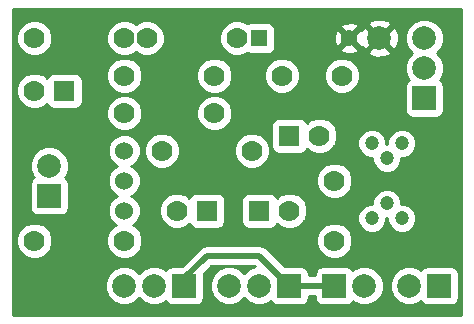
<source format=gtl>
G04 #@! TF.FileFunction,Copper,L1,Top,Signal*
%FSLAX46Y46*%
G04 Gerber Fmt 4.6, Leading zero omitted, Abs format (unit mm)*
G04 Created by KiCad (PCBNEW 4.0.4+e1-6308~48~ubuntu16.04.1-stable) date Fri Oct 14 22:16:02 2016*
%MOMM*%
%LPD*%
G01*
G04 APERTURE LIST*
%ADD10C,0.100000*%
%ADD11R,1.778000X1.778000*%
%ADD12C,1.778000*%
%ADD13C,1.524000*%
%ADD14C,1.200000*%
%ADD15C,1.998980*%
%ADD16R,1.397000X1.397000*%
%ADD17C,1.397000*%
%ADD18R,2.000000X2.000000*%
%ADD19C,2.000000*%
%ADD20C,0.500000*%
%ADD21C,0.254000*%
G04 APERTURE END LIST*
D10*
D11*
X153670000Y-97790000D03*
D12*
X151130000Y-97790000D03*
D11*
X170180000Y-107950000D03*
D12*
X172720000Y-107950000D03*
D11*
X165735000Y-107950000D03*
D12*
X163195000Y-107950000D03*
X172085000Y-96520000D03*
X177165000Y-96520000D03*
D13*
X158750000Y-105410000D03*
X158750000Y-102870000D03*
X158750000Y-107950000D03*
D14*
X179705000Y-102235000D03*
X180975000Y-103505000D03*
X182245000Y-102235000D03*
X182245000Y-108585000D03*
X180975000Y-107315000D03*
X179705000Y-108585000D03*
D12*
X158750000Y-93345000D03*
X151130000Y-93345000D03*
X158750000Y-96520000D03*
X166370000Y-96520000D03*
X158750000Y-99695000D03*
X166370000Y-99695000D03*
X169545000Y-102870000D03*
X161925000Y-102870000D03*
X168275000Y-93345000D03*
X160655000Y-93345000D03*
D15*
X180340000Y-93345000D03*
D12*
X158750000Y-110490000D03*
X151130000Y-110490000D03*
D16*
X170180000Y-93345000D03*
D17*
X177800000Y-93345000D03*
D11*
X172720000Y-101600000D03*
D12*
X175260000Y-101600000D03*
D18*
X152400000Y-106680000D03*
D19*
X152400000Y-104140000D03*
D18*
X184150000Y-98425000D03*
D19*
X184150000Y-95885000D03*
X184150000Y-93345000D03*
D18*
X163830000Y-114300000D03*
D19*
X161290000Y-114300000D03*
X158750000Y-114300000D03*
D12*
X176530000Y-110490000D03*
X176530000Y-105410000D03*
D18*
X185420000Y-114300000D03*
D19*
X182880000Y-114300000D03*
D18*
X172720000Y-114300000D03*
D19*
X170180000Y-114300000D03*
X167640000Y-114300000D03*
D18*
X176530000Y-114300000D03*
D19*
X179070000Y-114300000D03*
D20*
X172720000Y-114300000D02*
X176530000Y-114300000D01*
X163830000Y-114300000D02*
X163830000Y-113665000D01*
X163830000Y-113665000D02*
X165735000Y-111760000D01*
X165735000Y-111760000D02*
X170180000Y-111760000D01*
X170180000Y-111760000D02*
X172720000Y-114300000D01*
D21*
G36*
X187250000Y-116765000D02*
X149300000Y-116765000D01*
X149300000Y-114623795D01*
X157114716Y-114623795D01*
X157363106Y-115224943D01*
X157822637Y-115685278D01*
X158423352Y-115934716D01*
X159073795Y-115935284D01*
X159674943Y-115686894D01*
X160020199Y-115342241D01*
X160362637Y-115685278D01*
X160963352Y-115934716D01*
X161613795Y-115935284D01*
X162214943Y-115686894D01*
X162281574Y-115620379D01*
X162365910Y-115751441D01*
X162578110Y-115896431D01*
X162830000Y-115947440D01*
X164830000Y-115947440D01*
X165065317Y-115903162D01*
X165281441Y-115764090D01*
X165426431Y-115551890D01*
X165477440Y-115300000D01*
X165477440Y-113300000D01*
X165472553Y-113274027D01*
X166101579Y-112645000D01*
X169813420Y-112645000D01*
X169839881Y-112671461D01*
X169255057Y-112913106D01*
X168909801Y-113257759D01*
X168567363Y-112914722D01*
X167966648Y-112665284D01*
X167316205Y-112664716D01*
X166715057Y-112913106D01*
X166254722Y-113372637D01*
X166005284Y-113973352D01*
X166004716Y-114623795D01*
X166253106Y-115224943D01*
X166712637Y-115685278D01*
X167313352Y-115934716D01*
X167963795Y-115935284D01*
X168564943Y-115686894D01*
X168910199Y-115342241D01*
X169252637Y-115685278D01*
X169853352Y-115934716D01*
X170503795Y-115935284D01*
X171104943Y-115686894D01*
X171171574Y-115620379D01*
X171255910Y-115751441D01*
X171468110Y-115896431D01*
X171720000Y-115947440D01*
X173720000Y-115947440D01*
X173955317Y-115903162D01*
X174171441Y-115764090D01*
X174316431Y-115551890D01*
X174367440Y-115300000D01*
X174367440Y-115185000D01*
X174882560Y-115185000D01*
X174882560Y-115300000D01*
X174926838Y-115535317D01*
X175065910Y-115751441D01*
X175278110Y-115896431D01*
X175530000Y-115947440D01*
X177530000Y-115947440D01*
X177765317Y-115903162D01*
X177981441Y-115764090D01*
X178078910Y-115621439D01*
X178142637Y-115685278D01*
X178743352Y-115934716D01*
X179393795Y-115935284D01*
X179994943Y-115686894D01*
X180455278Y-115227363D01*
X180704716Y-114626648D01*
X180704718Y-114623795D01*
X181244716Y-114623795D01*
X181493106Y-115224943D01*
X181952637Y-115685278D01*
X182553352Y-115934716D01*
X183203795Y-115935284D01*
X183804943Y-115686894D01*
X183871574Y-115620379D01*
X183955910Y-115751441D01*
X184168110Y-115896431D01*
X184420000Y-115947440D01*
X186420000Y-115947440D01*
X186655317Y-115903162D01*
X186871441Y-115764090D01*
X187016431Y-115551890D01*
X187067440Y-115300000D01*
X187067440Y-113300000D01*
X187023162Y-113064683D01*
X186884090Y-112848559D01*
X186671890Y-112703569D01*
X186420000Y-112652560D01*
X184420000Y-112652560D01*
X184184683Y-112696838D01*
X183968559Y-112835910D01*
X183871090Y-112978561D01*
X183807363Y-112914722D01*
X183206648Y-112665284D01*
X182556205Y-112664716D01*
X181955057Y-112913106D01*
X181494722Y-113372637D01*
X181245284Y-113973352D01*
X181244716Y-114623795D01*
X180704718Y-114623795D01*
X180705284Y-113976205D01*
X180456894Y-113375057D01*
X179997363Y-112914722D01*
X179396648Y-112665284D01*
X178746205Y-112664716D01*
X178145057Y-112913106D01*
X178078426Y-112979621D01*
X177994090Y-112848559D01*
X177781890Y-112703569D01*
X177530000Y-112652560D01*
X175530000Y-112652560D01*
X175294683Y-112696838D01*
X175078559Y-112835910D01*
X174933569Y-113048110D01*
X174882560Y-113300000D01*
X174882560Y-113415000D01*
X174367440Y-113415000D01*
X174367440Y-113300000D01*
X174323162Y-113064683D01*
X174184090Y-112848559D01*
X173971890Y-112703569D01*
X173720000Y-112652560D01*
X172324139Y-112652560D01*
X170805790Y-111134210D01*
X170518675Y-110942367D01*
X170462484Y-110931190D01*
X170180000Y-110874999D01*
X170179995Y-110875000D01*
X165735005Y-110875000D01*
X165735000Y-110874999D01*
X165452516Y-110931190D01*
X165396325Y-110942367D01*
X165109210Y-111134210D01*
X165109208Y-111134213D01*
X163590860Y-112652560D01*
X162830000Y-112652560D01*
X162594683Y-112696838D01*
X162378559Y-112835910D01*
X162281090Y-112978561D01*
X162217363Y-112914722D01*
X161616648Y-112665284D01*
X160966205Y-112664716D01*
X160365057Y-112913106D01*
X160019801Y-113257759D01*
X159677363Y-112914722D01*
X159076648Y-112665284D01*
X158426205Y-112664716D01*
X157825057Y-112913106D01*
X157364722Y-113372637D01*
X157115284Y-113973352D01*
X157114716Y-114623795D01*
X149300000Y-114623795D01*
X149300000Y-110791812D01*
X149605736Y-110791812D01*
X149837262Y-111352149D01*
X150265596Y-111781231D01*
X150825528Y-112013735D01*
X151431812Y-112014264D01*
X151992149Y-111782738D01*
X152421231Y-111354404D01*
X152653735Y-110794472D01*
X152653737Y-110791812D01*
X157225736Y-110791812D01*
X157457262Y-111352149D01*
X157885596Y-111781231D01*
X158445528Y-112013735D01*
X159051812Y-112014264D01*
X159612149Y-111782738D01*
X160041231Y-111354404D01*
X160273735Y-110794472D01*
X160273737Y-110791812D01*
X175005736Y-110791812D01*
X175237262Y-111352149D01*
X175665596Y-111781231D01*
X176225528Y-112013735D01*
X176831812Y-112014264D01*
X177392149Y-111782738D01*
X177821231Y-111354404D01*
X178053735Y-110794472D01*
X178054264Y-110188188D01*
X177822738Y-109627851D01*
X177394404Y-109198769D01*
X176834472Y-108966265D01*
X176228188Y-108965736D01*
X175667851Y-109197262D01*
X175238769Y-109625596D01*
X175006265Y-110185528D01*
X175005736Y-110791812D01*
X160273737Y-110791812D01*
X160274264Y-110188188D01*
X160042738Y-109627851D01*
X159614404Y-109198769D01*
X159500481Y-109151464D01*
X159540303Y-109135010D01*
X159933629Y-108742370D01*
X160137326Y-108251812D01*
X161670736Y-108251812D01*
X161902262Y-108812149D01*
X162330596Y-109241231D01*
X162890528Y-109473735D01*
X163496812Y-109474264D01*
X164057149Y-109242738D01*
X164240154Y-109060052D01*
X164242838Y-109074317D01*
X164381910Y-109290441D01*
X164594110Y-109435431D01*
X164846000Y-109486440D01*
X166624000Y-109486440D01*
X166859317Y-109442162D01*
X167075441Y-109303090D01*
X167220431Y-109090890D01*
X167271440Y-108839000D01*
X167271440Y-107061000D01*
X168643560Y-107061000D01*
X168643560Y-108839000D01*
X168687838Y-109074317D01*
X168826910Y-109290441D01*
X169039110Y-109435431D01*
X169291000Y-109486440D01*
X171069000Y-109486440D01*
X171304317Y-109442162D01*
X171520441Y-109303090D01*
X171665431Y-109090890D01*
X171672191Y-109057506D01*
X171855596Y-109241231D01*
X172415528Y-109473735D01*
X173021812Y-109474264D01*
X173582149Y-109242738D01*
X173996029Y-108829579D01*
X178469786Y-108829579D01*
X178657408Y-109283657D01*
X179004515Y-109631371D01*
X179458266Y-109819785D01*
X179949579Y-109820214D01*
X180403657Y-109632592D01*
X180751371Y-109285485D01*
X180939785Y-108831734D01*
X180940031Y-108549970D01*
X181010030Y-108550031D01*
X181009786Y-108829579D01*
X181197408Y-109283657D01*
X181544515Y-109631371D01*
X181998266Y-109819785D01*
X182489579Y-109820214D01*
X182943657Y-109632592D01*
X183291371Y-109285485D01*
X183479785Y-108831734D01*
X183480214Y-108340421D01*
X183292592Y-107886343D01*
X182945485Y-107538629D01*
X182491734Y-107350215D01*
X182209970Y-107349969D01*
X182210214Y-107070421D01*
X182022592Y-106616343D01*
X181675485Y-106268629D01*
X181221734Y-106080215D01*
X180730421Y-106079786D01*
X180276343Y-106267408D01*
X179928629Y-106614515D01*
X179740215Y-107068266D01*
X179739969Y-107350030D01*
X179460421Y-107349786D01*
X179006343Y-107537408D01*
X178658629Y-107884515D01*
X178470215Y-108338266D01*
X178469786Y-108829579D01*
X173996029Y-108829579D01*
X174011231Y-108814404D01*
X174243735Y-108254472D01*
X174244264Y-107648188D01*
X174012738Y-107087851D01*
X173584404Y-106658769D01*
X173024472Y-106426265D01*
X172418188Y-106425736D01*
X171857851Y-106657262D01*
X171674846Y-106839948D01*
X171672162Y-106825683D01*
X171533090Y-106609559D01*
X171320890Y-106464569D01*
X171069000Y-106413560D01*
X169291000Y-106413560D01*
X169055683Y-106457838D01*
X168839559Y-106596910D01*
X168694569Y-106809110D01*
X168643560Y-107061000D01*
X167271440Y-107061000D01*
X167227162Y-106825683D01*
X167088090Y-106609559D01*
X166875890Y-106464569D01*
X166624000Y-106413560D01*
X164846000Y-106413560D01*
X164610683Y-106457838D01*
X164394559Y-106596910D01*
X164249569Y-106809110D01*
X164242809Y-106842494D01*
X164059404Y-106658769D01*
X163499472Y-106426265D01*
X162893188Y-106425736D01*
X162332851Y-106657262D01*
X161903769Y-107085596D01*
X161671265Y-107645528D01*
X161670736Y-108251812D01*
X160137326Y-108251812D01*
X160146757Y-108229100D01*
X160147242Y-107673339D01*
X159935010Y-107159697D01*
X159542370Y-106766371D01*
X159334488Y-106680051D01*
X159540303Y-106595010D01*
X159933629Y-106202370D01*
X160137326Y-105711812D01*
X175005736Y-105711812D01*
X175237262Y-106272149D01*
X175665596Y-106701231D01*
X176225528Y-106933735D01*
X176831812Y-106934264D01*
X177392149Y-106702738D01*
X177821231Y-106274404D01*
X178053735Y-105714472D01*
X178054264Y-105108188D01*
X177822738Y-104547851D01*
X177394404Y-104118769D01*
X176834472Y-103886265D01*
X176228188Y-103885736D01*
X175667851Y-104117262D01*
X175238769Y-104545596D01*
X175006265Y-105105528D01*
X175005736Y-105711812D01*
X160137326Y-105711812D01*
X160146757Y-105689100D01*
X160147242Y-105133339D01*
X159935010Y-104619697D01*
X159542370Y-104226371D01*
X159334488Y-104140051D01*
X159540303Y-104055010D01*
X159933629Y-103662370D01*
X160137326Y-103171812D01*
X160400736Y-103171812D01*
X160632262Y-103732149D01*
X161060596Y-104161231D01*
X161620528Y-104393735D01*
X162226812Y-104394264D01*
X162787149Y-104162738D01*
X163216231Y-103734404D01*
X163448735Y-103174472D01*
X163448737Y-103171812D01*
X168020736Y-103171812D01*
X168252262Y-103732149D01*
X168680596Y-104161231D01*
X169240528Y-104393735D01*
X169846812Y-104394264D01*
X170407149Y-104162738D01*
X170836231Y-103734404D01*
X171068735Y-103174472D01*
X171069264Y-102568188D01*
X170837738Y-102007851D01*
X170409404Y-101578769D01*
X169849472Y-101346265D01*
X169243188Y-101345736D01*
X168682851Y-101577262D01*
X168253769Y-102005596D01*
X168021265Y-102565528D01*
X168020736Y-103171812D01*
X163448737Y-103171812D01*
X163449264Y-102568188D01*
X163217738Y-102007851D01*
X162789404Y-101578769D01*
X162229472Y-101346265D01*
X161623188Y-101345736D01*
X161062851Y-101577262D01*
X160633769Y-102005596D01*
X160401265Y-102565528D01*
X160400736Y-103171812D01*
X160137326Y-103171812D01*
X160146757Y-103149100D01*
X160147242Y-102593339D01*
X159935010Y-102079697D01*
X159542370Y-101686371D01*
X159029100Y-101473243D01*
X158473339Y-101472758D01*
X157959697Y-101684990D01*
X157566371Y-102077630D01*
X157353243Y-102590900D01*
X157352758Y-103146661D01*
X157564990Y-103660303D01*
X157957630Y-104053629D01*
X158165512Y-104139949D01*
X157959697Y-104224990D01*
X157566371Y-104617630D01*
X157353243Y-105130900D01*
X157352758Y-105686661D01*
X157564990Y-106200303D01*
X157957630Y-106593629D01*
X158165512Y-106679949D01*
X157959697Y-106764990D01*
X157566371Y-107157630D01*
X157353243Y-107670900D01*
X157352758Y-108226661D01*
X157564990Y-108740303D01*
X157957630Y-109133629D01*
X157999639Y-109151072D01*
X157887851Y-109197262D01*
X157458769Y-109625596D01*
X157226265Y-110185528D01*
X157225736Y-110791812D01*
X152653737Y-110791812D01*
X152654264Y-110188188D01*
X152422738Y-109627851D01*
X151994404Y-109198769D01*
X151434472Y-108966265D01*
X150828188Y-108965736D01*
X150267851Y-109197262D01*
X149838769Y-109625596D01*
X149606265Y-110185528D01*
X149605736Y-110791812D01*
X149300000Y-110791812D01*
X149300000Y-105680000D01*
X150752560Y-105680000D01*
X150752560Y-107680000D01*
X150796838Y-107915317D01*
X150935910Y-108131441D01*
X151148110Y-108276431D01*
X151400000Y-108327440D01*
X153400000Y-108327440D01*
X153635317Y-108283162D01*
X153851441Y-108144090D01*
X153996431Y-107931890D01*
X154047440Y-107680000D01*
X154047440Y-105680000D01*
X154003162Y-105444683D01*
X153864090Y-105228559D01*
X153721439Y-105131090D01*
X153785278Y-105067363D01*
X154034716Y-104466648D01*
X154035284Y-103816205D01*
X153786894Y-103215057D01*
X153327363Y-102754722D01*
X152726648Y-102505284D01*
X152076205Y-102504716D01*
X151475057Y-102753106D01*
X151014722Y-103212637D01*
X150765284Y-103813352D01*
X150764716Y-104463795D01*
X151013106Y-105064943D01*
X151079621Y-105131574D01*
X150948559Y-105215910D01*
X150803569Y-105428110D01*
X150752560Y-105680000D01*
X149300000Y-105680000D01*
X149300000Y-99996812D01*
X157225736Y-99996812D01*
X157457262Y-100557149D01*
X157885596Y-100986231D01*
X158445528Y-101218735D01*
X159051812Y-101219264D01*
X159612149Y-100987738D01*
X160041231Y-100559404D01*
X160273735Y-99999472D01*
X160273737Y-99996812D01*
X164845736Y-99996812D01*
X165077262Y-100557149D01*
X165505596Y-100986231D01*
X166065528Y-101218735D01*
X166671812Y-101219264D01*
X167232149Y-100987738D01*
X167509370Y-100711000D01*
X171183560Y-100711000D01*
X171183560Y-102489000D01*
X171227838Y-102724317D01*
X171366910Y-102940441D01*
X171579110Y-103085431D01*
X171831000Y-103136440D01*
X173609000Y-103136440D01*
X173844317Y-103092162D01*
X174060441Y-102953090D01*
X174205431Y-102740890D01*
X174212191Y-102707506D01*
X174395596Y-102891231D01*
X174955528Y-103123735D01*
X175561812Y-103124264D01*
X176122149Y-102892738D01*
X176536029Y-102479579D01*
X178469786Y-102479579D01*
X178657408Y-102933657D01*
X179004515Y-103281371D01*
X179458266Y-103469785D01*
X179740030Y-103470031D01*
X179739786Y-103749579D01*
X179927408Y-104203657D01*
X180274515Y-104551371D01*
X180728266Y-104739785D01*
X181219579Y-104740214D01*
X181673657Y-104552592D01*
X182021371Y-104205485D01*
X182209785Y-103751734D01*
X182210031Y-103469970D01*
X182489579Y-103470214D01*
X182943657Y-103282592D01*
X183291371Y-102935485D01*
X183479785Y-102481734D01*
X183480214Y-101990421D01*
X183292592Y-101536343D01*
X182945485Y-101188629D01*
X182491734Y-101000215D01*
X182000421Y-100999786D01*
X181546343Y-101187408D01*
X181198629Y-101534515D01*
X181010215Y-101988266D01*
X181009969Y-102270030D01*
X180939970Y-102269969D01*
X180940214Y-101990421D01*
X180752592Y-101536343D01*
X180405485Y-101188629D01*
X179951734Y-101000215D01*
X179460421Y-100999786D01*
X179006343Y-101187408D01*
X178658629Y-101534515D01*
X178470215Y-101988266D01*
X178469786Y-102479579D01*
X176536029Y-102479579D01*
X176551231Y-102464404D01*
X176783735Y-101904472D01*
X176784264Y-101298188D01*
X176552738Y-100737851D01*
X176124404Y-100308769D01*
X175564472Y-100076265D01*
X174958188Y-100075736D01*
X174397851Y-100307262D01*
X174214846Y-100489948D01*
X174212162Y-100475683D01*
X174073090Y-100259559D01*
X173860890Y-100114569D01*
X173609000Y-100063560D01*
X171831000Y-100063560D01*
X171595683Y-100107838D01*
X171379559Y-100246910D01*
X171234569Y-100459110D01*
X171183560Y-100711000D01*
X167509370Y-100711000D01*
X167661231Y-100559404D01*
X167893735Y-99999472D01*
X167894264Y-99393188D01*
X167662738Y-98832851D01*
X167234404Y-98403769D01*
X166674472Y-98171265D01*
X166068188Y-98170736D01*
X165507851Y-98402262D01*
X165078769Y-98830596D01*
X164846265Y-99390528D01*
X164845736Y-99996812D01*
X160273737Y-99996812D01*
X160274264Y-99393188D01*
X160042738Y-98832851D01*
X159614404Y-98403769D01*
X159054472Y-98171265D01*
X158448188Y-98170736D01*
X157887851Y-98402262D01*
X157458769Y-98830596D01*
X157226265Y-99390528D01*
X157225736Y-99996812D01*
X149300000Y-99996812D01*
X149300000Y-98091812D01*
X149605736Y-98091812D01*
X149837262Y-98652149D01*
X150265596Y-99081231D01*
X150825528Y-99313735D01*
X151431812Y-99314264D01*
X151992149Y-99082738D01*
X152175154Y-98900052D01*
X152177838Y-98914317D01*
X152316910Y-99130441D01*
X152529110Y-99275431D01*
X152781000Y-99326440D01*
X154559000Y-99326440D01*
X154794317Y-99282162D01*
X155010441Y-99143090D01*
X155155431Y-98930890D01*
X155206440Y-98679000D01*
X155206440Y-96901000D01*
X155191540Y-96821812D01*
X157225736Y-96821812D01*
X157457262Y-97382149D01*
X157885596Y-97811231D01*
X158445528Y-98043735D01*
X159051812Y-98044264D01*
X159612149Y-97812738D01*
X160041231Y-97384404D01*
X160273735Y-96824472D01*
X160273737Y-96821812D01*
X164845736Y-96821812D01*
X165077262Y-97382149D01*
X165505596Y-97811231D01*
X166065528Y-98043735D01*
X166671812Y-98044264D01*
X167232149Y-97812738D01*
X167661231Y-97384404D01*
X167893735Y-96824472D01*
X167893737Y-96821812D01*
X170560736Y-96821812D01*
X170792262Y-97382149D01*
X171220596Y-97811231D01*
X171780528Y-98043735D01*
X172386812Y-98044264D01*
X172947149Y-97812738D01*
X173376231Y-97384404D01*
X173608735Y-96824472D01*
X173608737Y-96821812D01*
X175640736Y-96821812D01*
X175872262Y-97382149D01*
X176300596Y-97811231D01*
X176860528Y-98043735D01*
X177466812Y-98044264D01*
X178027149Y-97812738D01*
X178415564Y-97425000D01*
X182502560Y-97425000D01*
X182502560Y-99425000D01*
X182546838Y-99660317D01*
X182685910Y-99876441D01*
X182898110Y-100021431D01*
X183150000Y-100072440D01*
X185150000Y-100072440D01*
X185385317Y-100028162D01*
X185601441Y-99889090D01*
X185746431Y-99676890D01*
X185797440Y-99425000D01*
X185797440Y-97425000D01*
X185753162Y-97189683D01*
X185614090Y-96973559D01*
X185471439Y-96876090D01*
X185535278Y-96812363D01*
X185784716Y-96211648D01*
X185785284Y-95561205D01*
X185536894Y-94960057D01*
X185192241Y-94614801D01*
X185535278Y-94272363D01*
X185784716Y-93671648D01*
X185785284Y-93021205D01*
X185536894Y-92420057D01*
X185077363Y-91959722D01*
X184476648Y-91710284D01*
X183826205Y-91709716D01*
X183225057Y-91958106D01*
X182764722Y-92417637D01*
X182515284Y-93018352D01*
X182514716Y-93668795D01*
X182763106Y-94269943D01*
X183107759Y-94615199D01*
X182764722Y-94957637D01*
X182515284Y-95558352D01*
X182514716Y-96208795D01*
X182763106Y-96809943D01*
X182829621Y-96876574D01*
X182698559Y-96960910D01*
X182553569Y-97173110D01*
X182502560Y-97425000D01*
X178415564Y-97425000D01*
X178456231Y-97384404D01*
X178688735Y-96824472D01*
X178689264Y-96218188D01*
X178457738Y-95657851D01*
X178029404Y-95228769D01*
X177469472Y-94996265D01*
X176863188Y-94995736D01*
X176302851Y-95227262D01*
X175873769Y-95655596D01*
X175641265Y-96215528D01*
X175640736Y-96821812D01*
X173608737Y-96821812D01*
X173609264Y-96218188D01*
X173377738Y-95657851D01*
X172949404Y-95228769D01*
X172389472Y-94996265D01*
X171783188Y-94995736D01*
X171222851Y-95227262D01*
X170793769Y-95655596D01*
X170561265Y-96215528D01*
X170560736Y-96821812D01*
X167893737Y-96821812D01*
X167894264Y-96218188D01*
X167662738Y-95657851D01*
X167234404Y-95228769D01*
X166674472Y-94996265D01*
X166068188Y-94995736D01*
X165507851Y-95227262D01*
X165078769Y-95655596D01*
X164846265Y-96215528D01*
X164845736Y-96821812D01*
X160273737Y-96821812D01*
X160274264Y-96218188D01*
X160042738Y-95657851D01*
X159614404Y-95228769D01*
X159054472Y-94996265D01*
X158448188Y-94995736D01*
X157887851Y-95227262D01*
X157458769Y-95655596D01*
X157226265Y-96215528D01*
X157225736Y-96821812D01*
X155191540Y-96821812D01*
X155162162Y-96665683D01*
X155023090Y-96449559D01*
X154810890Y-96304569D01*
X154559000Y-96253560D01*
X152781000Y-96253560D01*
X152545683Y-96297838D01*
X152329559Y-96436910D01*
X152184569Y-96649110D01*
X152177809Y-96682494D01*
X151994404Y-96498769D01*
X151434472Y-96266265D01*
X150828188Y-96265736D01*
X150267851Y-96497262D01*
X149838769Y-96925596D01*
X149606265Y-97485528D01*
X149605736Y-98091812D01*
X149300000Y-98091812D01*
X149300000Y-93646812D01*
X149605736Y-93646812D01*
X149837262Y-94207149D01*
X150265596Y-94636231D01*
X150825528Y-94868735D01*
X151431812Y-94869264D01*
X151992149Y-94637738D01*
X152421231Y-94209404D01*
X152653735Y-93649472D01*
X152653737Y-93646812D01*
X157225736Y-93646812D01*
X157457262Y-94207149D01*
X157885596Y-94636231D01*
X158445528Y-94868735D01*
X159051812Y-94869264D01*
X159612149Y-94637738D01*
X159702282Y-94547762D01*
X159790596Y-94636231D01*
X160350528Y-94868735D01*
X160956812Y-94869264D01*
X161517149Y-94637738D01*
X161946231Y-94209404D01*
X162178735Y-93649472D01*
X162178737Y-93646812D01*
X166750736Y-93646812D01*
X166982262Y-94207149D01*
X167410596Y-94636231D01*
X167970528Y-94868735D01*
X168576812Y-94869264D01*
X169137149Y-94637738D01*
X169173415Y-94601535D01*
X169229610Y-94639931D01*
X169481500Y-94690940D01*
X170878500Y-94690940D01*
X171113817Y-94646662D01*
X171329941Y-94507590D01*
X171474931Y-94295390D01*
X171478211Y-94279188D01*
X177045417Y-94279188D01*
X177107071Y-94514800D01*
X177607480Y-94690927D01*
X178137199Y-94662148D01*
X178492929Y-94514800D01*
X178497544Y-94497163D01*
X179367443Y-94497163D01*
X179466042Y-94763965D01*
X180075582Y-94990401D01*
X180725377Y-94966341D01*
X181213958Y-94763965D01*
X181312557Y-94497163D01*
X180340000Y-93524605D01*
X179367443Y-94497163D01*
X178497544Y-94497163D01*
X178554583Y-94279188D01*
X177800000Y-93524605D01*
X177045417Y-94279188D01*
X171478211Y-94279188D01*
X171525940Y-94043500D01*
X171525940Y-93152480D01*
X176454073Y-93152480D01*
X176482852Y-93682199D01*
X176630200Y-94037929D01*
X176865812Y-94099583D01*
X177620395Y-93345000D01*
X177979605Y-93345000D01*
X178734188Y-94099583D01*
X178858152Y-94067145D01*
X178921035Y-94218958D01*
X179187837Y-94317557D01*
X180160395Y-93345000D01*
X180519605Y-93345000D01*
X181492163Y-94317557D01*
X181758965Y-94218958D01*
X181985401Y-93609418D01*
X181961341Y-92959623D01*
X181758965Y-92471042D01*
X181492163Y-92372443D01*
X180519605Y-93345000D01*
X180160395Y-93345000D01*
X179187837Y-92372443D01*
X178921035Y-92471042D01*
X178864064Y-92624402D01*
X178734188Y-92590417D01*
X177979605Y-93345000D01*
X177620395Y-93345000D01*
X176865812Y-92590417D01*
X176630200Y-92652071D01*
X176454073Y-93152480D01*
X171525940Y-93152480D01*
X171525940Y-92646500D01*
X171481662Y-92411183D01*
X171481424Y-92410812D01*
X177045417Y-92410812D01*
X177800000Y-93165395D01*
X178554583Y-92410812D01*
X178497545Y-92192837D01*
X179367443Y-92192837D01*
X180340000Y-93165395D01*
X181312557Y-92192837D01*
X181213958Y-91926035D01*
X180604418Y-91699599D01*
X179954623Y-91723659D01*
X179466042Y-91926035D01*
X179367443Y-92192837D01*
X178497545Y-92192837D01*
X178492929Y-92175200D01*
X177992520Y-91999073D01*
X177462801Y-92027852D01*
X177107071Y-92175200D01*
X177045417Y-92410812D01*
X171481424Y-92410812D01*
X171342590Y-92195059D01*
X171130390Y-92050069D01*
X170878500Y-91999060D01*
X169481500Y-91999060D01*
X169246183Y-92043338D01*
X169174827Y-92089254D01*
X169139404Y-92053769D01*
X168579472Y-91821265D01*
X167973188Y-91820736D01*
X167412851Y-92052262D01*
X166983769Y-92480596D01*
X166751265Y-93040528D01*
X166750736Y-93646812D01*
X162178737Y-93646812D01*
X162179264Y-93043188D01*
X161947738Y-92482851D01*
X161519404Y-92053769D01*
X160959472Y-91821265D01*
X160353188Y-91820736D01*
X159792851Y-92052262D01*
X159702718Y-92142238D01*
X159614404Y-92053769D01*
X159054472Y-91821265D01*
X158448188Y-91820736D01*
X157887851Y-92052262D01*
X157458769Y-92480596D01*
X157226265Y-93040528D01*
X157225736Y-93646812D01*
X152653737Y-93646812D01*
X152654264Y-93043188D01*
X152422738Y-92482851D01*
X151994404Y-92053769D01*
X151434472Y-91821265D01*
X150828188Y-91820736D01*
X150267851Y-92052262D01*
X149838769Y-92480596D01*
X149606265Y-93040528D01*
X149605736Y-93646812D01*
X149300000Y-93646812D01*
X149300000Y-90880000D01*
X187250000Y-90880000D01*
X187250000Y-116765000D01*
X187250000Y-116765000D01*
G37*
X187250000Y-116765000D02*
X149300000Y-116765000D01*
X149300000Y-114623795D01*
X157114716Y-114623795D01*
X157363106Y-115224943D01*
X157822637Y-115685278D01*
X158423352Y-115934716D01*
X159073795Y-115935284D01*
X159674943Y-115686894D01*
X160020199Y-115342241D01*
X160362637Y-115685278D01*
X160963352Y-115934716D01*
X161613795Y-115935284D01*
X162214943Y-115686894D01*
X162281574Y-115620379D01*
X162365910Y-115751441D01*
X162578110Y-115896431D01*
X162830000Y-115947440D01*
X164830000Y-115947440D01*
X165065317Y-115903162D01*
X165281441Y-115764090D01*
X165426431Y-115551890D01*
X165477440Y-115300000D01*
X165477440Y-113300000D01*
X165472553Y-113274027D01*
X166101579Y-112645000D01*
X169813420Y-112645000D01*
X169839881Y-112671461D01*
X169255057Y-112913106D01*
X168909801Y-113257759D01*
X168567363Y-112914722D01*
X167966648Y-112665284D01*
X167316205Y-112664716D01*
X166715057Y-112913106D01*
X166254722Y-113372637D01*
X166005284Y-113973352D01*
X166004716Y-114623795D01*
X166253106Y-115224943D01*
X166712637Y-115685278D01*
X167313352Y-115934716D01*
X167963795Y-115935284D01*
X168564943Y-115686894D01*
X168910199Y-115342241D01*
X169252637Y-115685278D01*
X169853352Y-115934716D01*
X170503795Y-115935284D01*
X171104943Y-115686894D01*
X171171574Y-115620379D01*
X171255910Y-115751441D01*
X171468110Y-115896431D01*
X171720000Y-115947440D01*
X173720000Y-115947440D01*
X173955317Y-115903162D01*
X174171441Y-115764090D01*
X174316431Y-115551890D01*
X174367440Y-115300000D01*
X174367440Y-115185000D01*
X174882560Y-115185000D01*
X174882560Y-115300000D01*
X174926838Y-115535317D01*
X175065910Y-115751441D01*
X175278110Y-115896431D01*
X175530000Y-115947440D01*
X177530000Y-115947440D01*
X177765317Y-115903162D01*
X177981441Y-115764090D01*
X178078910Y-115621439D01*
X178142637Y-115685278D01*
X178743352Y-115934716D01*
X179393795Y-115935284D01*
X179994943Y-115686894D01*
X180455278Y-115227363D01*
X180704716Y-114626648D01*
X180704718Y-114623795D01*
X181244716Y-114623795D01*
X181493106Y-115224943D01*
X181952637Y-115685278D01*
X182553352Y-115934716D01*
X183203795Y-115935284D01*
X183804943Y-115686894D01*
X183871574Y-115620379D01*
X183955910Y-115751441D01*
X184168110Y-115896431D01*
X184420000Y-115947440D01*
X186420000Y-115947440D01*
X186655317Y-115903162D01*
X186871441Y-115764090D01*
X187016431Y-115551890D01*
X187067440Y-115300000D01*
X187067440Y-113300000D01*
X187023162Y-113064683D01*
X186884090Y-112848559D01*
X186671890Y-112703569D01*
X186420000Y-112652560D01*
X184420000Y-112652560D01*
X184184683Y-112696838D01*
X183968559Y-112835910D01*
X183871090Y-112978561D01*
X183807363Y-112914722D01*
X183206648Y-112665284D01*
X182556205Y-112664716D01*
X181955057Y-112913106D01*
X181494722Y-113372637D01*
X181245284Y-113973352D01*
X181244716Y-114623795D01*
X180704718Y-114623795D01*
X180705284Y-113976205D01*
X180456894Y-113375057D01*
X179997363Y-112914722D01*
X179396648Y-112665284D01*
X178746205Y-112664716D01*
X178145057Y-112913106D01*
X178078426Y-112979621D01*
X177994090Y-112848559D01*
X177781890Y-112703569D01*
X177530000Y-112652560D01*
X175530000Y-112652560D01*
X175294683Y-112696838D01*
X175078559Y-112835910D01*
X174933569Y-113048110D01*
X174882560Y-113300000D01*
X174882560Y-113415000D01*
X174367440Y-113415000D01*
X174367440Y-113300000D01*
X174323162Y-113064683D01*
X174184090Y-112848559D01*
X173971890Y-112703569D01*
X173720000Y-112652560D01*
X172324139Y-112652560D01*
X170805790Y-111134210D01*
X170518675Y-110942367D01*
X170462484Y-110931190D01*
X170180000Y-110874999D01*
X170179995Y-110875000D01*
X165735005Y-110875000D01*
X165735000Y-110874999D01*
X165452516Y-110931190D01*
X165396325Y-110942367D01*
X165109210Y-111134210D01*
X165109208Y-111134213D01*
X163590860Y-112652560D01*
X162830000Y-112652560D01*
X162594683Y-112696838D01*
X162378559Y-112835910D01*
X162281090Y-112978561D01*
X162217363Y-112914722D01*
X161616648Y-112665284D01*
X160966205Y-112664716D01*
X160365057Y-112913106D01*
X160019801Y-113257759D01*
X159677363Y-112914722D01*
X159076648Y-112665284D01*
X158426205Y-112664716D01*
X157825057Y-112913106D01*
X157364722Y-113372637D01*
X157115284Y-113973352D01*
X157114716Y-114623795D01*
X149300000Y-114623795D01*
X149300000Y-110791812D01*
X149605736Y-110791812D01*
X149837262Y-111352149D01*
X150265596Y-111781231D01*
X150825528Y-112013735D01*
X151431812Y-112014264D01*
X151992149Y-111782738D01*
X152421231Y-111354404D01*
X152653735Y-110794472D01*
X152653737Y-110791812D01*
X157225736Y-110791812D01*
X157457262Y-111352149D01*
X157885596Y-111781231D01*
X158445528Y-112013735D01*
X159051812Y-112014264D01*
X159612149Y-111782738D01*
X160041231Y-111354404D01*
X160273735Y-110794472D01*
X160273737Y-110791812D01*
X175005736Y-110791812D01*
X175237262Y-111352149D01*
X175665596Y-111781231D01*
X176225528Y-112013735D01*
X176831812Y-112014264D01*
X177392149Y-111782738D01*
X177821231Y-111354404D01*
X178053735Y-110794472D01*
X178054264Y-110188188D01*
X177822738Y-109627851D01*
X177394404Y-109198769D01*
X176834472Y-108966265D01*
X176228188Y-108965736D01*
X175667851Y-109197262D01*
X175238769Y-109625596D01*
X175006265Y-110185528D01*
X175005736Y-110791812D01*
X160273737Y-110791812D01*
X160274264Y-110188188D01*
X160042738Y-109627851D01*
X159614404Y-109198769D01*
X159500481Y-109151464D01*
X159540303Y-109135010D01*
X159933629Y-108742370D01*
X160137326Y-108251812D01*
X161670736Y-108251812D01*
X161902262Y-108812149D01*
X162330596Y-109241231D01*
X162890528Y-109473735D01*
X163496812Y-109474264D01*
X164057149Y-109242738D01*
X164240154Y-109060052D01*
X164242838Y-109074317D01*
X164381910Y-109290441D01*
X164594110Y-109435431D01*
X164846000Y-109486440D01*
X166624000Y-109486440D01*
X166859317Y-109442162D01*
X167075441Y-109303090D01*
X167220431Y-109090890D01*
X167271440Y-108839000D01*
X167271440Y-107061000D01*
X168643560Y-107061000D01*
X168643560Y-108839000D01*
X168687838Y-109074317D01*
X168826910Y-109290441D01*
X169039110Y-109435431D01*
X169291000Y-109486440D01*
X171069000Y-109486440D01*
X171304317Y-109442162D01*
X171520441Y-109303090D01*
X171665431Y-109090890D01*
X171672191Y-109057506D01*
X171855596Y-109241231D01*
X172415528Y-109473735D01*
X173021812Y-109474264D01*
X173582149Y-109242738D01*
X173996029Y-108829579D01*
X178469786Y-108829579D01*
X178657408Y-109283657D01*
X179004515Y-109631371D01*
X179458266Y-109819785D01*
X179949579Y-109820214D01*
X180403657Y-109632592D01*
X180751371Y-109285485D01*
X180939785Y-108831734D01*
X180940031Y-108549970D01*
X181010030Y-108550031D01*
X181009786Y-108829579D01*
X181197408Y-109283657D01*
X181544515Y-109631371D01*
X181998266Y-109819785D01*
X182489579Y-109820214D01*
X182943657Y-109632592D01*
X183291371Y-109285485D01*
X183479785Y-108831734D01*
X183480214Y-108340421D01*
X183292592Y-107886343D01*
X182945485Y-107538629D01*
X182491734Y-107350215D01*
X182209970Y-107349969D01*
X182210214Y-107070421D01*
X182022592Y-106616343D01*
X181675485Y-106268629D01*
X181221734Y-106080215D01*
X180730421Y-106079786D01*
X180276343Y-106267408D01*
X179928629Y-106614515D01*
X179740215Y-107068266D01*
X179739969Y-107350030D01*
X179460421Y-107349786D01*
X179006343Y-107537408D01*
X178658629Y-107884515D01*
X178470215Y-108338266D01*
X178469786Y-108829579D01*
X173996029Y-108829579D01*
X174011231Y-108814404D01*
X174243735Y-108254472D01*
X174244264Y-107648188D01*
X174012738Y-107087851D01*
X173584404Y-106658769D01*
X173024472Y-106426265D01*
X172418188Y-106425736D01*
X171857851Y-106657262D01*
X171674846Y-106839948D01*
X171672162Y-106825683D01*
X171533090Y-106609559D01*
X171320890Y-106464569D01*
X171069000Y-106413560D01*
X169291000Y-106413560D01*
X169055683Y-106457838D01*
X168839559Y-106596910D01*
X168694569Y-106809110D01*
X168643560Y-107061000D01*
X167271440Y-107061000D01*
X167227162Y-106825683D01*
X167088090Y-106609559D01*
X166875890Y-106464569D01*
X166624000Y-106413560D01*
X164846000Y-106413560D01*
X164610683Y-106457838D01*
X164394559Y-106596910D01*
X164249569Y-106809110D01*
X164242809Y-106842494D01*
X164059404Y-106658769D01*
X163499472Y-106426265D01*
X162893188Y-106425736D01*
X162332851Y-106657262D01*
X161903769Y-107085596D01*
X161671265Y-107645528D01*
X161670736Y-108251812D01*
X160137326Y-108251812D01*
X160146757Y-108229100D01*
X160147242Y-107673339D01*
X159935010Y-107159697D01*
X159542370Y-106766371D01*
X159334488Y-106680051D01*
X159540303Y-106595010D01*
X159933629Y-106202370D01*
X160137326Y-105711812D01*
X175005736Y-105711812D01*
X175237262Y-106272149D01*
X175665596Y-106701231D01*
X176225528Y-106933735D01*
X176831812Y-106934264D01*
X177392149Y-106702738D01*
X177821231Y-106274404D01*
X178053735Y-105714472D01*
X178054264Y-105108188D01*
X177822738Y-104547851D01*
X177394404Y-104118769D01*
X176834472Y-103886265D01*
X176228188Y-103885736D01*
X175667851Y-104117262D01*
X175238769Y-104545596D01*
X175006265Y-105105528D01*
X175005736Y-105711812D01*
X160137326Y-105711812D01*
X160146757Y-105689100D01*
X160147242Y-105133339D01*
X159935010Y-104619697D01*
X159542370Y-104226371D01*
X159334488Y-104140051D01*
X159540303Y-104055010D01*
X159933629Y-103662370D01*
X160137326Y-103171812D01*
X160400736Y-103171812D01*
X160632262Y-103732149D01*
X161060596Y-104161231D01*
X161620528Y-104393735D01*
X162226812Y-104394264D01*
X162787149Y-104162738D01*
X163216231Y-103734404D01*
X163448735Y-103174472D01*
X163448737Y-103171812D01*
X168020736Y-103171812D01*
X168252262Y-103732149D01*
X168680596Y-104161231D01*
X169240528Y-104393735D01*
X169846812Y-104394264D01*
X170407149Y-104162738D01*
X170836231Y-103734404D01*
X171068735Y-103174472D01*
X171069264Y-102568188D01*
X170837738Y-102007851D01*
X170409404Y-101578769D01*
X169849472Y-101346265D01*
X169243188Y-101345736D01*
X168682851Y-101577262D01*
X168253769Y-102005596D01*
X168021265Y-102565528D01*
X168020736Y-103171812D01*
X163448737Y-103171812D01*
X163449264Y-102568188D01*
X163217738Y-102007851D01*
X162789404Y-101578769D01*
X162229472Y-101346265D01*
X161623188Y-101345736D01*
X161062851Y-101577262D01*
X160633769Y-102005596D01*
X160401265Y-102565528D01*
X160400736Y-103171812D01*
X160137326Y-103171812D01*
X160146757Y-103149100D01*
X160147242Y-102593339D01*
X159935010Y-102079697D01*
X159542370Y-101686371D01*
X159029100Y-101473243D01*
X158473339Y-101472758D01*
X157959697Y-101684990D01*
X157566371Y-102077630D01*
X157353243Y-102590900D01*
X157352758Y-103146661D01*
X157564990Y-103660303D01*
X157957630Y-104053629D01*
X158165512Y-104139949D01*
X157959697Y-104224990D01*
X157566371Y-104617630D01*
X157353243Y-105130900D01*
X157352758Y-105686661D01*
X157564990Y-106200303D01*
X157957630Y-106593629D01*
X158165512Y-106679949D01*
X157959697Y-106764990D01*
X157566371Y-107157630D01*
X157353243Y-107670900D01*
X157352758Y-108226661D01*
X157564990Y-108740303D01*
X157957630Y-109133629D01*
X157999639Y-109151072D01*
X157887851Y-109197262D01*
X157458769Y-109625596D01*
X157226265Y-110185528D01*
X157225736Y-110791812D01*
X152653737Y-110791812D01*
X152654264Y-110188188D01*
X152422738Y-109627851D01*
X151994404Y-109198769D01*
X151434472Y-108966265D01*
X150828188Y-108965736D01*
X150267851Y-109197262D01*
X149838769Y-109625596D01*
X149606265Y-110185528D01*
X149605736Y-110791812D01*
X149300000Y-110791812D01*
X149300000Y-105680000D01*
X150752560Y-105680000D01*
X150752560Y-107680000D01*
X150796838Y-107915317D01*
X150935910Y-108131441D01*
X151148110Y-108276431D01*
X151400000Y-108327440D01*
X153400000Y-108327440D01*
X153635317Y-108283162D01*
X153851441Y-108144090D01*
X153996431Y-107931890D01*
X154047440Y-107680000D01*
X154047440Y-105680000D01*
X154003162Y-105444683D01*
X153864090Y-105228559D01*
X153721439Y-105131090D01*
X153785278Y-105067363D01*
X154034716Y-104466648D01*
X154035284Y-103816205D01*
X153786894Y-103215057D01*
X153327363Y-102754722D01*
X152726648Y-102505284D01*
X152076205Y-102504716D01*
X151475057Y-102753106D01*
X151014722Y-103212637D01*
X150765284Y-103813352D01*
X150764716Y-104463795D01*
X151013106Y-105064943D01*
X151079621Y-105131574D01*
X150948559Y-105215910D01*
X150803569Y-105428110D01*
X150752560Y-105680000D01*
X149300000Y-105680000D01*
X149300000Y-99996812D01*
X157225736Y-99996812D01*
X157457262Y-100557149D01*
X157885596Y-100986231D01*
X158445528Y-101218735D01*
X159051812Y-101219264D01*
X159612149Y-100987738D01*
X160041231Y-100559404D01*
X160273735Y-99999472D01*
X160273737Y-99996812D01*
X164845736Y-99996812D01*
X165077262Y-100557149D01*
X165505596Y-100986231D01*
X166065528Y-101218735D01*
X166671812Y-101219264D01*
X167232149Y-100987738D01*
X167509370Y-100711000D01*
X171183560Y-100711000D01*
X171183560Y-102489000D01*
X171227838Y-102724317D01*
X171366910Y-102940441D01*
X171579110Y-103085431D01*
X171831000Y-103136440D01*
X173609000Y-103136440D01*
X173844317Y-103092162D01*
X174060441Y-102953090D01*
X174205431Y-102740890D01*
X174212191Y-102707506D01*
X174395596Y-102891231D01*
X174955528Y-103123735D01*
X175561812Y-103124264D01*
X176122149Y-102892738D01*
X176536029Y-102479579D01*
X178469786Y-102479579D01*
X178657408Y-102933657D01*
X179004515Y-103281371D01*
X179458266Y-103469785D01*
X179740030Y-103470031D01*
X179739786Y-103749579D01*
X179927408Y-104203657D01*
X180274515Y-104551371D01*
X180728266Y-104739785D01*
X181219579Y-104740214D01*
X181673657Y-104552592D01*
X182021371Y-104205485D01*
X182209785Y-103751734D01*
X182210031Y-103469970D01*
X182489579Y-103470214D01*
X182943657Y-103282592D01*
X183291371Y-102935485D01*
X183479785Y-102481734D01*
X183480214Y-101990421D01*
X183292592Y-101536343D01*
X182945485Y-101188629D01*
X182491734Y-101000215D01*
X182000421Y-100999786D01*
X181546343Y-101187408D01*
X181198629Y-101534515D01*
X181010215Y-101988266D01*
X181009969Y-102270030D01*
X180939970Y-102269969D01*
X180940214Y-101990421D01*
X180752592Y-101536343D01*
X180405485Y-101188629D01*
X179951734Y-101000215D01*
X179460421Y-100999786D01*
X179006343Y-101187408D01*
X178658629Y-101534515D01*
X178470215Y-101988266D01*
X178469786Y-102479579D01*
X176536029Y-102479579D01*
X176551231Y-102464404D01*
X176783735Y-101904472D01*
X176784264Y-101298188D01*
X176552738Y-100737851D01*
X176124404Y-100308769D01*
X175564472Y-100076265D01*
X174958188Y-100075736D01*
X174397851Y-100307262D01*
X174214846Y-100489948D01*
X174212162Y-100475683D01*
X174073090Y-100259559D01*
X173860890Y-100114569D01*
X173609000Y-100063560D01*
X171831000Y-100063560D01*
X171595683Y-100107838D01*
X171379559Y-100246910D01*
X171234569Y-100459110D01*
X171183560Y-100711000D01*
X167509370Y-100711000D01*
X167661231Y-100559404D01*
X167893735Y-99999472D01*
X167894264Y-99393188D01*
X167662738Y-98832851D01*
X167234404Y-98403769D01*
X166674472Y-98171265D01*
X166068188Y-98170736D01*
X165507851Y-98402262D01*
X165078769Y-98830596D01*
X164846265Y-99390528D01*
X164845736Y-99996812D01*
X160273737Y-99996812D01*
X160274264Y-99393188D01*
X160042738Y-98832851D01*
X159614404Y-98403769D01*
X159054472Y-98171265D01*
X158448188Y-98170736D01*
X157887851Y-98402262D01*
X157458769Y-98830596D01*
X157226265Y-99390528D01*
X157225736Y-99996812D01*
X149300000Y-99996812D01*
X149300000Y-98091812D01*
X149605736Y-98091812D01*
X149837262Y-98652149D01*
X150265596Y-99081231D01*
X150825528Y-99313735D01*
X151431812Y-99314264D01*
X151992149Y-99082738D01*
X152175154Y-98900052D01*
X152177838Y-98914317D01*
X152316910Y-99130441D01*
X152529110Y-99275431D01*
X152781000Y-99326440D01*
X154559000Y-99326440D01*
X154794317Y-99282162D01*
X155010441Y-99143090D01*
X155155431Y-98930890D01*
X155206440Y-98679000D01*
X155206440Y-96901000D01*
X155191540Y-96821812D01*
X157225736Y-96821812D01*
X157457262Y-97382149D01*
X157885596Y-97811231D01*
X158445528Y-98043735D01*
X159051812Y-98044264D01*
X159612149Y-97812738D01*
X160041231Y-97384404D01*
X160273735Y-96824472D01*
X160273737Y-96821812D01*
X164845736Y-96821812D01*
X165077262Y-97382149D01*
X165505596Y-97811231D01*
X166065528Y-98043735D01*
X166671812Y-98044264D01*
X167232149Y-97812738D01*
X167661231Y-97384404D01*
X167893735Y-96824472D01*
X167893737Y-96821812D01*
X170560736Y-96821812D01*
X170792262Y-97382149D01*
X171220596Y-97811231D01*
X171780528Y-98043735D01*
X172386812Y-98044264D01*
X172947149Y-97812738D01*
X173376231Y-97384404D01*
X173608735Y-96824472D01*
X173608737Y-96821812D01*
X175640736Y-96821812D01*
X175872262Y-97382149D01*
X176300596Y-97811231D01*
X176860528Y-98043735D01*
X177466812Y-98044264D01*
X178027149Y-97812738D01*
X178415564Y-97425000D01*
X182502560Y-97425000D01*
X182502560Y-99425000D01*
X182546838Y-99660317D01*
X182685910Y-99876441D01*
X182898110Y-100021431D01*
X183150000Y-100072440D01*
X185150000Y-100072440D01*
X185385317Y-100028162D01*
X185601441Y-99889090D01*
X185746431Y-99676890D01*
X185797440Y-99425000D01*
X185797440Y-97425000D01*
X185753162Y-97189683D01*
X185614090Y-96973559D01*
X185471439Y-96876090D01*
X185535278Y-96812363D01*
X185784716Y-96211648D01*
X185785284Y-95561205D01*
X185536894Y-94960057D01*
X185192241Y-94614801D01*
X185535278Y-94272363D01*
X185784716Y-93671648D01*
X185785284Y-93021205D01*
X185536894Y-92420057D01*
X185077363Y-91959722D01*
X184476648Y-91710284D01*
X183826205Y-91709716D01*
X183225057Y-91958106D01*
X182764722Y-92417637D01*
X182515284Y-93018352D01*
X182514716Y-93668795D01*
X182763106Y-94269943D01*
X183107759Y-94615199D01*
X182764722Y-94957637D01*
X182515284Y-95558352D01*
X182514716Y-96208795D01*
X182763106Y-96809943D01*
X182829621Y-96876574D01*
X182698559Y-96960910D01*
X182553569Y-97173110D01*
X182502560Y-97425000D01*
X178415564Y-97425000D01*
X178456231Y-97384404D01*
X178688735Y-96824472D01*
X178689264Y-96218188D01*
X178457738Y-95657851D01*
X178029404Y-95228769D01*
X177469472Y-94996265D01*
X176863188Y-94995736D01*
X176302851Y-95227262D01*
X175873769Y-95655596D01*
X175641265Y-96215528D01*
X175640736Y-96821812D01*
X173608737Y-96821812D01*
X173609264Y-96218188D01*
X173377738Y-95657851D01*
X172949404Y-95228769D01*
X172389472Y-94996265D01*
X171783188Y-94995736D01*
X171222851Y-95227262D01*
X170793769Y-95655596D01*
X170561265Y-96215528D01*
X170560736Y-96821812D01*
X167893737Y-96821812D01*
X167894264Y-96218188D01*
X167662738Y-95657851D01*
X167234404Y-95228769D01*
X166674472Y-94996265D01*
X166068188Y-94995736D01*
X165507851Y-95227262D01*
X165078769Y-95655596D01*
X164846265Y-96215528D01*
X164845736Y-96821812D01*
X160273737Y-96821812D01*
X160274264Y-96218188D01*
X160042738Y-95657851D01*
X159614404Y-95228769D01*
X159054472Y-94996265D01*
X158448188Y-94995736D01*
X157887851Y-95227262D01*
X157458769Y-95655596D01*
X157226265Y-96215528D01*
X157225736Y-96821812D01*
X155191540Y-96821812D01*
X155162162Y-96665683D01*
X155023090Y-96449559D01*
X154810890Y-96304569D01*
X154559000Y-96253560D01*
X152781000Y-96253560D01*
X152545683Y-96297838D01*
X152329559Y-96436910D01*
X152184569Y-96649110D01*
X152177809Y-96682494D01*
X151994404Y-96498769D01*
X151434472Y-96266265D01*
X150828188Y-96265736D01*
X150267851Y-96497262D01*
X149838769Y-96925596D01*
X149606265Y-97485528D01*
X149605736Y-98091812D01*
X149300000Y-98091812D01*
X149300000Y-93646812D01*
X149605736Y-93646812D01*
X149837262Y-94207149D01*
X150265596Y-94636231D01*
X150825528Y-94868735D01*
X151431812Y-94869264D01*
X151992149Y-94637738D01*
X152421231Y-94209404D01*
X152653735Y-93649472D01*
X152653737Y-93646812D01*
X157225736Y-93646812D01*
X157457262Y-94207149D01*
X157885596Y-94636231D01*
X158445528Y-94868735D01*
X159051812Y-94869264D01*
X159612149Y-94637738D01*
X159702282Y-94547762D01*
X159790596Y-94636231D01*
X160350528Y-94868735D01*
X160956812Y-94869264D01*
X161517149Y-94637738D01*
X161946231Y-94209404D01*
X162178735Y-93649472D01*
X162178737Y-93646812D01*
X166750736Y-93646812D01*
X166982262Y-94207149D01*
X167410596Y-94636231D01*
X167970528Y-94868735D01*
X168576812Y-94869264D01*
X169137149Y-94637738D01*
X169173415Y-94601535D01*
X169229610Y-94639931D01*
X169481500Y-94690940D01*
X170878500Y-94690940D01*
X171113817Y-94646662D01*
X171329941Y-94507590D01*
X171474931Y-94295390D01*
X171478211Y-94279188D01*
X177045417Y-94279188D01*
X177107071Y-94514800D01*
X177607480Y-94690927D01*
X178137199Y-94662148D01*
X178492929Y-94514800D01*
X178497544Y-94497163D01*
X179367443Y-94497163D01*
X179466042Y-94763965D01*
X180075582Y-94990401D01*
X180725377Y-94966341D01*
X181213958Y-94763965D01*
X181312557Y-94497163D01*
X180340000Y-93524605D01*
X179367443Y-94497163D01*
X178497544Y-94497163D01*
X178554583Y-94279188D01*
X177800000Y-93524605D01*
X177045417Y-94279188D01*
X171478211Y-94279188D01*
X171525940Y-94043500D01*
X171525940Y-93152480D01*
X176454073Y-93152480D01*
X176482852Y-93682199D01*
X176630200Y-94037929D01*
X176865812Y-94099583D01*
X177620395Y-93345000D01*
X177979605Y-93345000D01*
X178734188Y-94099583D01*
X178858152Y-94067145D01*
X178921035Y-94218958D01*
X179187837Y-94317557D01*
X180160395Y-93345000D01*
X180519605Y-93345000D01*
X181492163Y-94317557D01*
X181758965Y-94218958D01*
X181985401Y-93609418D01*
X181961341Y-92959623D01*
X181758965Y-92471042D01*
X181492163Y-92372443D01*
X180519605Y-93345000D01*
X180160395Y-93345000D01*
X179187837Y-92372443D01*
X178921035Y-92471042D01*
X178864064Y-92624402D01*
X178734188Y-92590417D01*
X177979605Y-93345000D01*
X177620395Y-93345000D01*
X176865812Y-92590417D01*
X176630200Y-92652071D01*
X176454073Y-93152480D01*
X171525940Y-93152480D01*
X171525940Y-92646500D01*
X171481662Y-92411183D01*
X171481424Y-92410812D01*
X177045417Y-92410812D01*
X177800000Y-93165395D01*
X178554583Y-92410812D01*
X178497545Y-92192837D01*
X179367443Y-92192837D01*
X180340000Y-93165395D01*
X181312557Y-92192837D01*
X181213958Y-91926035D01*
X180604418Y-91699599D01*
X179954623Y-91723659D01*
X179466042Y-91926035D01*
X179367443Y-92192837D01*
X178497545Y-92192837D01*
X178492929Y-92175200D01*
X177992520Y-91999073D01*
X177462801Y-92027852D01*
X177107071Y-92175200D01*
X177045417Y-92410812D01*
X171481424Y-92410812D01*
X171342590Y-92195059D01*
X171130390Y-92050069D01*
X170878500Y-91999060D01*
X169481500Y-91999060D01*
X169246183Y-92043338D01*
X169174827Y-92089254D01*
X169139404Y-92053769D01*
X168579472Y-91821265D01*
X167973188Y-91820736D01*
X167412851Y-92052262D01*
X166983769Y-92480596D01*
X166751265Y-93040528D01*
X166750736Y-93646812D01*
X162178737Y-93646812D01*
X162179264Y-93043188D01*
X161947738Y-92482851D01*
X161519404Y-92053769D01*
X160959472Y-91821265D01*
X160353188Y-91820736D01*
X159792851Y-92052262D01*
X159702718Y-92142238D01*
X159614404Y-92053769D01*
X159054472Y-91821265D01*
X158448188Y-91820736D01*
X157887851Y-92052262D01*
X157458769Y-92480596D01*
X157226265Y-93040528D01*
X157225736Y-93646812D01*
X152653737Y-93646812D01*
X152654264Y-93043188D01*
X152422738Y-92482851D01*
X151994404Y-92053769D01*
X151434472Y-91821265D01*
X150828188Y-91820736D01*
X150267851Y-92052262D01*
X149838769Y-92480596D01*
X149606265Y-93040528D01*
X149605736Y-93646812D01*
X149300000Y-93646812D01*
X149300000Y-90880000D01*
X187250000Y-90880000D01*
X187250000Y-116765000D01*
M02*

</source>
